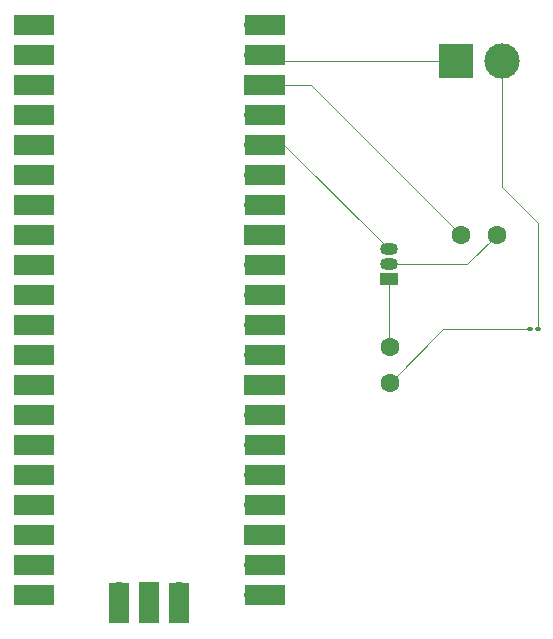
<source format=gbr>
%TF.GenerationSoftware,KiCad,Pcbnew,8.0.0*%
%TF.CreationDate,2024-03-28T11:04:24-03:00*%
%TF.ProjectId,PonderadaSemana6,506f6e64-6572-4616-9461-53656d616e61,rev?*%
%TF.SameCoordinates,Original*%
%TF.FileFunction,Copper,L1,Top*%
%TF.FilePolarity,Positive*%
%FSLAX46Y46*%
G04 Gerber Fmt 4.6, Leading zero omitted, Abs format (unit mm)*
G04 Created by KiCad (PCBNEW 8.0.0) date 2024-03-28 11:04:24*
%MOMM*%
%LPD*%
G01*
G04 APERTURE LIST*
G04 Aperture macros list*
%AMRoundRect*
0 Rectangle with rounded corners*
0 $1 Rounding radius*
0 $2 $3 $4 $5 $6 $7 $8 $9 X,Y pos of 4 corners*
0 Add a 4 corners polygon primitive as box body*
4,1,4,$2,$3,$4,$5,$6,$7,$8,$9,$2,$3,0*
0 Add four circle primitives for the rounded corners*
1,1,$1+$1,$2,$3*
1,1,$1+$1,$4,$5*
1,1,$1+$1,$6,$7*
1,1,$1+$1,$8,$9*
0 Add four rect primitives between the rounded corners*
20,1,$1+$1,$2,$3,$4,$5,0*
20,1,$1+$1,$4,$5,$6,$7,0*
20,1,$1+$1,$6,$7,$8,$9,0*
20,1,$1+$1,$8,$9,$2,$3,0*%
G04 Aperture macros list end*
%TA.AperFunction,SMDPad,CuDef*%
%ADD10RoundRect,0.100000X0.130000X0.100000X-0.130000X0.100000X-0.130000X-0.100000X0.130000X-0.100000X0*%
%TD*%
%TA.AperFunction,ComponentPad*%
%ADD11O,1.700000X1.700000*%
%TD*%
%TA.AperFunction,SMDPad,CuDef*%
%ADD12R,3.500000X1.700000*%
%TD*%
%TA.AperFunction,ComponentPad*%
%ADD13R,1.700000X1.700000*%
%TD*%
%TA.AperFunction,SMDPad,CuDef*%
%ADD14R,1.700000X3.500000*%
%TD*%
%TA.AperFunction,ComponentPad*%
%ADD15C,1.600000*%
%TD*%
%TA.AperFunction,ComponentPad*%
%ADD16R,1.500000X1.050000*%
%TD*%
%TA.AperFunction,ComponentPad*%
%ADD17O,1.500000X1.050000*%
%TD*%
%TA.AperFunction,ComponentPad*%
%ADD18R,3.000000X3.000000*%
%TD*%
%TA.AperFunction,ComponentPad*%
%ADD19C,3.000000*%
%TD*%
%TA.AperFunction,Conductor*%
%ADD20C,0.100000*%
%TD*%
%TA.AperFunction,Conductor*%
%ADD21C,0.200000*%
%TD*%
G04 APERTURE END LIST*
D10*
%TO.P,D2,1,K*%
%TO.N,GND*%
X157975000Y-99500000D03*
%TO.P,D2,2,A*%
%TO.N,Net-(D2-A)*%
X157335000Y-99500000D03*
%TD*%
D11*
%TO.P,U2,1,GPIO0*%
%TO.N,unconnected-(U2-GPIO0-Pad1)*%
X116220000Y-73740000D03*
D12*
X115320000Y-73740000D03*
D11*
%TO.P,U2,2,GPIO1*%
%TO.N,unconnected-(U2-GPIO1-Pad2)*%
X116220000Y-76280000D03*
D12*
X115320000Y-76280000D03*
D13*
%TO.P,U2,3,GND*%
%TO.N,unconnected-(U2-GND-Pad3)*%
X116220000Y-78820000D03*
D12*
X115320000Y-78820000D03*
D11*
%TO.P,U2,4,GPIO2*%
%TO.N,unconnected-(U2-GPIO2-Pad4)*%
X116220000Y-81360000D03*
D12*
X115320000Y-81360000D03*
D11*
%TO.P,U2,5,GPIO3*%
%TO.N,unconnected-(U2-GPIO3-Pad5)*%
X116220000Y-83900000D03*
D12*
X115320000Y-83900000D03*
D11*
%TO.P,U2,6,GPIO4*%
%TO.N,unconnected-(U2-GPIO4-Pad6)*%
X116220000Y-86440000D03*
D12*
X115320000Y-86440000D03*
D11*
%TO.P,U2,7,GPIO5*%
%TO.N,unconnected-(U2-GPIO5-Pad7)*%
X116220000Y-88980000D03*
D12*
X115320000Y-88980000D03*
D13*
%TO.P,U2,8,GND*%
%TO.N,unconnected-(U2-GND-Pad8)*%
X116220000Y-91520000D03*
D12*
X115320000Y-91520000D03*
D11*
%TO.P,U2,9,GPIO6*%
%TO.N,unconnected-(U2-GPIO6-Pad9)*%
X116220000Y-94060000D03*
D12*
X115320000Y-94060000D03*
D11*
%TO.P,U2,10,GPIO7*%
%TO.N,unconnected-(U2-GPIO7-Pad10)*%
X116220000Y-96600000D03*
D12*
X115320000Y-96600000D03*
D11*
%TO.P,U2,11,GPIO8*%
%TO.N,unconnected-(U2-GPIO8-Pad11)*%
X116220000Y-99140000D03*
D12*
X115320000Y-99140000D03*
D11*
%TO.P,U2,12,GPIO9*%
%TO.N,unconnected-(U2-GPIO9-Pad12)*%
X116220000Y-101680000D03*
D12*
X115320000Y-101680000D03*
D13*
%TO.P,U2,13,GND*%
%TO.N,unconnected-(U2-GND-Pad13)*%
X116220000Y-104220000D03*
D12*
X115320000Y-104220000D03*
D11*
%TO.P,U2,14,GPIO10*%
%TO.N,unconnected-(U2-GPIO10-Pad14)*%
X116220000Y-106760000D03*
D12*
X115320000Y-106760000D03*
D11*
%TO.P,U2,15,GPIO11*%
%TO.N,unconnected-(U2-GPIO11-Pad15)*%
X116220000Y-109300000D03*
D12*
X115320000Y-109300000D03*
D11*
%TO.P,U2,16,GPIO12*%
%TO.N,unconnected-(U2-GPIO12-Pad16)*%
X116220000Y-111840000D03*
D12*
X115320000Y-111840000D03*
D11*
%TO.P,U2,17,GPIO13*%
%TO.N,unconnected-(U2-GPIO13-Pad17)*%
X116220000Y-114380000D03*
D12*
X115320000Y-114380000D03*
D13*
%TO.P,U2,18,GND*%
%TO.N,unconnected-(U2-GND-Pad18)*%
X116220000Y-116920000D03*
D12*
X115320000Y-116920000D03*
D11*
%TO.P,U2,19,GPIO14*%
%TO.N,unconnected-(U2-GPIO14-Pad19)*%
X116220000Y-119460000D03*
D12*
X115320000Y-119460000D03*
D11*
%TO.P,U2,20,GPIO15*%
%TO.N,unconnected-(U2-GPIO15-Pad20)*%
X116220000Y-122000000D03*
D12*
X115320000Y-122000000D03*
D11*
%TO.P,U2,21,GPIO16*%
%TO.N,unconnected-(U2-GPIO16-Pad21)*%
X134000000Y-122000000D03*
D12*
X134900000Y-122000000D03*
D11*
%TO.P,U2,22,GPIO17*%
%TO.N,unconnected-(U2-GPIO17-Pad22)*%
X134000000Y-119460000D03*
D12*
X134900000Y-119460000D03*
D13*
%TO.P,U2,23,GND*%
%TO.N,unconnected-(U2-GND-Pad23)*%
X134000000Y-116920000D03*
D12*
X134900000Y-116920000D03*
D11*
%TO.P,U2,24,GPIO18*%
%TO.N,unconnected-(U2-GPIO18-Pad24)*%
X134000000Y-114380000D03*
D12*
X134900000Y-114380000D03*
D11*
%TO.P,U2,25,GPIO19*%
%TO.N,unconnected-(U2-GPIO19-Pad25)*%
X134000000Y-111840000D03*
D12*
X134900000Y-111840000D03*
D11*
%TO.P,U2,26,GPIO20*%
%TO.N,unconnected-(U2-GPIO20-Pad26)*%
X134000000Y-109300000D03*
D12*
X134900000Y-109300000D03*
D11*
%TO.P,U2,27,GPIO21*%
%TO.N,unconnected-(U2-GPIO21-Pad27)*%
X134000000Y-106760000D03*
D12*
X134900000Y-106760000D03*
D13*
%TO.P,U2,28,GND*%
%TO.N,unconnected-(U2-GND-Pad28)*%
X134000000Y-104220000D03*
D12*
X134900000Y-104220000D03*
D11*
%TO.P,U2,29,GPIO22*%
%TO.N,unconnected-(U2-GPIO22-Pad29)*%
X134000000Y-101680000D03*
D12*
X134900000Y-101680000D03*
D11*
%TO.P,U2,30,RUN*%
%TO.N,unconnected-(U2-RUN-Pad30)*%
X134000000Y-99140000D03*
D12*
X134900000Y-99140000D03*
D11*
%TO.P,U2,31,GPIO26_ADC0*%
%TO.N,unconnected-(U2-GPIO26_ADC0-Pad31)*%
X134000000Y-96600000D03*
D12*
X134900000Y-96600000D03*
D11*
%TO.P,U2,32,GPIO27_ADC1*%
%TO.N,unconnected-(U2-GPIO27_ADC1-Pad32)*%
X134000000Y-94060000D03*
D12*
X134900000Y-94060000D03*
D13*
%TO.P,U2,33,AGND*%
%TO.N,unconnected-(U2-AGND-Pad33)*%
X134000000Y-91520000D03*
D12*
X134900000Y-91520000D03*
D11*
%TO.P,U2,34,GPIO28_ADC2*%
%TO.N,unconnected-(U2-GPIO28_ADC2-Pad34)*%
X134000000Y-88980000D03*
D12*
X134900000Y-88980000D03*
D11*
%TO.P,U2,35,ADC_VREF*%
%TO.N,unconnected-(U2-ADC_VREF-Pad35)*%
X134000000Y-86440000D03*
D12*
X134900000Y-86440000D03*
D11*
%TO.P,U2,36,3V3*%
%TO.N,3v3*%
X134000000Y-83900000D03*
D12*
X134900000Y-83900000D03*
D11*
%TO.P,U2,37,3V3_EN*%
%TO.N,unconnected-(U2-3V3_EN-Pad37)*%
X134000000Y-81360000D03*
D12*
X134900000Y-81360000D03*
D13*
%TO.P,U2,38,GND*%
%TO.N,Net-(R5-Pad1)*%
X134000000Y-78820000D03*
D12*
X134900000Y-78820000D03*
D11*
%TO.P,U2,39,VSYS*%
%TO.N,VSYS*%
X134000000Y-76280000D03*
D12*
X134900000Y-76280000D03*
D11*
%TO.P,U2,40,VBUS*%
%TO.N,unconnected-(U2-VBUS-Pad40)*%
X134000000Y-73740000D03*
D12*
X134900000Y-73740000D03*
D11*
%TO.P,U2,41,SWCLK*%
%TO.N,unconnected-(U2-SWCLK-Pad41)*%
X122570000Y-121770000D03*
D14*
X122570000Y-122670000D03*
D13*
%TO.P,U2,42,GND*%
%TO.N,unconnected-(U2-GND-Pad42)*%
X125110000Y-121770000D03*
D14*
X125110000Y-122670000D03*
D11*
%TO.P,U2,43,SWDIO*%
%TO.N,unconnected-(U2-SWDIO-Pad43)*%
X127650000Y-121770000D03*
D14*
X127650000Y-122670000D03*
%TD*%
D15*
%TO.P,R7,1*%
%TO.N,Net-(D2-A)*%
X145500000Y-104000000D03*
%TO.P,R7,2*%
%TO.N,Net-(Q2-C)*%
X145500000Y-101000000D03*
%TD*%
%TO.P,R5,1*%
%TO.N,Net-(R5-Pad1)*%
X151500000Y-91500000D03*
%TO.P,R5,2*%
%TO.N,Net-(Q2-B)*%
X154500000Y-91500000D03*
%TD*%
D16*
%TO.P,Q2,1,C*%
%TO.N,Net-(Q2-C)*%
X145360000Y-95270000D03*
D17*
%TO.P,Q2,2,B*%
%TO.N,Net-(Q2-B)*%
X145360000Y-94000000D03*
%TO.P,Q2,3,E*%
%TO.N,3v3*%
X145360000Y-92730000D03*
%TD*%
D18*
%TO.P,J1,1,Pin_1*%
%TO.N,VSYS*%
X151092500Y-76750000D03*
D19*
%TO.P,J1,2,Pin_2*%
%TO.N,GND*%
X154972500Y-76750000D03*
%TD*%
D20*
%TO.N,Net-(D2-A)*%
X150000000Y-99500000D02*
X157335000Y-99500000D01*
X145500000Y-104000000D02*
X150000000Y-99500000D01*
%TO.N,GND*%
X157975000Y-90475000D02*
X157975000Y-99500000D01*
X154972500Y-87472500D02*
X157975000Y-90475000D01*
X154972500Y-76750000D02*
X154972500Y-87472500D01*
%TO.N,Net-(Q2-C)*%
X145360000Y-95270000D02*
X145360000Y-100860000D01*
D21*
X145360000Y-100860000D02*
X145500000Y-101000000D01*
%TO.N,VSYS*%
X134470000Y-76750000D02*
X134000000Y-76280000D01*
D20*
X151092500Y-76750000D02*
X134470000Y-76750000D01*
%TO.N,Net-(R5-Pad1)*%
X138820000Y-78820000D02*
X134000000Y-78820000D01*
X151500000Y-91500000D02*
X138820000Y-78820000D01*
%TO.N,Net-(Q2-B)*%
X152000000Y-94000000D02*
X154500000Y-91500000D01*
X145360000Y-94000000D02*
X152000000Y-94000000D01*
%TO.N,3v3*%
X136530000Y-83900000D02*
X145360000Y-92730000D01*
D21*
X134000000Y-83900000D02*
X136530000Y-83900000D01*
%TD*%
M02*

</source>
